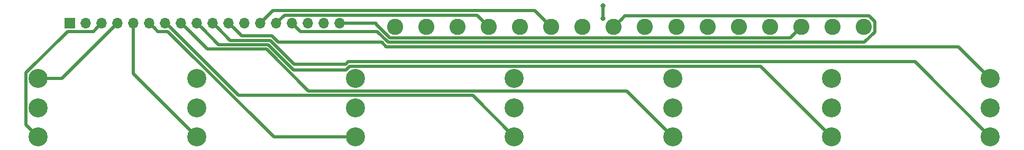
<source format=gbr>
G04 #@! TF.GenerationSoftware,KiCad,Pcbnew,(5.1.2)-2*
G04 #@! TF.CreationDate,2020-03-29T17:17:04-06:00*
G04 #@! TF.ProjectId,Switches,53776974-6368-4657-932e-6b696361645f,rev?*
G04 #@! TF.SameCoordinates,Original*
G04 #@! TF.FileFunction,Copper,L1,Top*
G04 #@! TF.FilePolarity,Positive*
%FSLAX46Y46*%
G04 Gerber Fmt 4.6, Leading zero omitted, Abs format (unit mm)*
G04 Created by KiCad (PCBNEW (5.1.2)-2) date 2020-03-29 17:17:04*
%MOMM*%
%LPD*%
G04 APERTURE LIST*
%ADD10C,2.600000*%
%ADD11O,1.700000X1.700000*%
%ADD12R,1.700000X1.700000*%
%ADD13C,3.048000*%
%ADD14C,0.800000*%
%ADD15C,0.508000*%
G04 APERTURE END LIST*
D10*
X190530000Y-54690000D03*
X185530000Y-54690000D03*
X180530000Y-54690000D03*
X175530000Y-54690000D03*
X170530000Y-54690000D03*
X165530000Y-54690000D03*
X160530000Y-54690000D03*
X155530000Y-54690000D03*
X150530000Y-54690000D03*
X145530000Y-54690000D03*
X140530000Y-54690000D03*
X135530000Y-54690000D03*
X130530000Y-54690000D03*
X125530000Y-54690000D03*
X120530000Y-54690000D03*
X115530000Y-54690000D03*
D11*
X106680000Y-54102000D03*
X104140000Y-54102000D03*
X101600000Y-54102000D03*
X99060000Y-54102000D03*
X96520000Y-54102000D03*
X93980000Y-54102000D03*
X91440000Y-54102000D03*
X88900000Y-54102000D03*
X86360000Y-54102000D03*
X83820000Y-54102000D03*
X81280000Y-54102000D03*
X78740000Y-54102000D03*
X76200000Y-54102000D03*
X73660000Y-54102000D03*
X71120000Y-54102000D03*
X68580000Y-54102000D03*
X66040000Y-54102000D03*
D12*
X63500000Y-54102000D03*
D13*
X210820000Y-72392000D03*
X210820000Y-67692000D03*
X210820000Y-62992000D03*
X58420000Y-72392000D03*
X58420000Y-67692000D03*
X58420000Y-62992000D03*
X185420000Y-72392000D03*
X185420000Y-67692000D03*
X185420000Y-62992000D03*
X160020000Y-72392000D03*
X160020000Y-67692000D03*
X160020000Y-62992000D03*
X134620000Y-72392000D03*
X134620000Y-67692000D03*
X134620000Y-62992000D03*
X109220000Y-72392000D03*
X109220000Y-67692000D03*
X109220000Y-62992000D03*
X83820000Y-72392000D03*
X83820000Y-67692000D03*
X83820000Y-62992000D03*
D14*
X148844000Y-51308000D03*
X148844000Y-53340000D03*
D15*
X210820000Y-62992000D02*
X205688023Y-57860023D01*
X95829074Y-56149945D02*
X90947945Y-56149945D01*
X89749999Y-54951999D02*
X88900000Y-54102000D01*
X90947945Y-56149945D02*
X89749999Y-54951999D01*
X205688023Y-57860023D02*
X114101544Y-57860022D01*
X114101544Y-57860022D02*
X113393534Y-57152012D01*
X113393534Y-57152012D02*
X96831141Y-57152012D01*
X96831141Y-57152012D02*
X95829074Y-56149945D01*
X210820000Y-72392000D02*
X198733989Y-60305989D01*
X87209999Y-54951999D02*
X86360000Y-54102000D01*
X95535807Y-56857956D02*
X89115956Y-56857956D01*
X107615324Y-60667956D02*
X99345807Y-60667956D01*
X107977291Y-60305989D02*
X107615324Y-60667956D01*
X99345807Y-60667956D02*
X95535807Y-56857956D01*
X198733989Y-60305989D02*
X107977291Y-60305989D01*
X89115956Y-56857956D02*
X87209999Y-54951999D01*
X87283967Y-57565967D02*
X84669999Y-54951999D01*
X99306540Y-61629967D02*
X95242540Y-57565967D01*
X185420000Y-72392000D02*
X174041999Y-61013999D01*
X84669999Y-54951999D02*
X83820000Y-54102000D01*
X107654591Y-61629967D02*
X99306540Y-61629967D01*
X95242540Y-57565967D02*
X87283967Y-57565967D01*
X174041999Y-61013999D02*
X108270559Y-61013999D01*
X108270559Y-61013999D02*
X107654591Y-61629967D01*
X82129999Y-54951999D02*
X81280000Y-54102000D01*
X160020000Y-72392000D02*
X152598001Y-64970001D01*
X152598001Y-64970001D02*
X101645296Y-64970001D01*
X101645296Y-64970001D02*
X94949273Y-58273978D01*
X94949273Y-58273978D02*
X85451978Y-58273978D01*
X85451978Y-58273978D02*
X82129999Y-54951999D01*
X134620000Y-72392000D02*
X127941999Y-65713999D01*
X127941999Y-65713999D02*
X90470719Y-65713999D01*
X90470719Y-65713999D02*
X78858720Y-54102000D01*
X78858720Y-54102000D02*
X78740000Y-54102000D01*
X79161443Y-55406001D02*
X77504001Y-55406001D01*
X77049999Y-54951999D02*
X76200000Y-54102000D01*
X109220000Y-72392000D02*
X96147442Y-72392000D01*
X77504001Y-55406001D02*
X77049999Y-54951999D01*
X96147442Y-72392000D02*
X79161443Y-55406001D01*
X73660000Y-55304081D02*
X73660000Y-54102000D01*
X73660000Y-62232000D02*
X73660000Y-55304081D01*
X83820000Y-72392000D02*
X73660000Y-62232000D01*
X62230000Y-62992000D02*
X71120000Y-54102000D01*
X58420000Y-62992000D02*
X62230000Y-62992000D01*
X67730001Y-54951999D02*
X68580000Y-54102000D01*
X67275999Y-55406001D02*
X67730001Y-54951999D01*
X63078557Y-55406001D02*
X67275999Y-55406001D01*
X56441999Y-62042559D02*
X63078557Y-55406001D01*
X56441999Y-70413999D02*
X56441999Y-62042559D01*
X58420000Y-72392000D02*
X56441999Y-70413999D01*
X114688079Y-56444001D02*
X178775999Y-56444001D01*
X178775999Y-56444001D02*
X180530000Y-54690000D01*
X106680000Y-54102000D02*
X112520800Y-54102000D01*
X112520800Y-54102000D02*
X112520800Y-54276722D01*
X112520800Y-54276722D02*
X114688079Y-56444001D01*
X148844000Y-51308000D02*
X148844000Y-53340000D01*
X190663910Y-57152012D02*
X192284001Y-55531921D01*
X192284001Y-55531921D02*
X192284001Y-53848079D01*
X192284001Y-53848079D02*
X191371921Y-52935999D01*
X191371921Y-52935999D02*
X152284001Y-52935999D01*
X151829999Y-53390001D02*
X150530000Y-54690000D01*
X152284001Y-52935999D02*
X151829999Y-53390001D01*
X114394812Y-57152012D02*
X190663910Y-57152012D01*
X112648801Y-55406001D02*
X114394812Y-57152012D01*
X100364001Y-55406001D02*
X112648801Y-55406001D01*
X99060000Y-54102000D02*
X100364001Y-55406001D01*
X129230001Y-53390001D02*
X130530000Y-54690000D01*
X128637999Y-52797999D02*
X129230001Y-53390001D01*
X97824001Y-52797999D02*
X128637999Y-52797999D01*
X96520000Y-54102000D02*
X97824001Y-52797999D01*
X139230001Y-53390001D02*
X140530000Y-54690000D01*
X137910000Y-52070000D02*
X139230001Y-53390001D01*
X96012000Y-52070000D02*
X137910000Y-52070000D01*
X93980000Y-54102000D02*
X96012000Y-52070000D01*
M02*

</source>
